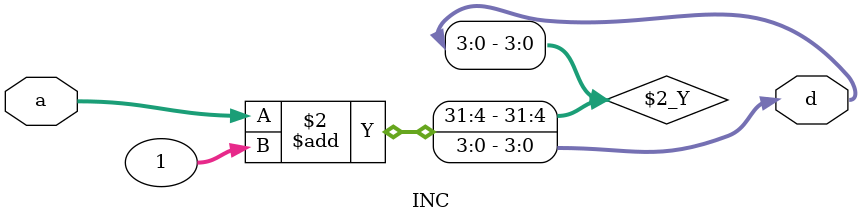
<source format=v>
`timescale 1ns / 1ps

module INC #(parameter DATAWIDTH = 4)(a, d);
    input      [DATAWIDTH-1:0] a;
    output reg [DATAWIDTH-1:0] d;
    
    always @(a) begin
        /*if (a == {DATAWIDTH{1'b1}})
            d <= 0;
        else
            d <= a + 1;*/
        d <= a + 1;
    end
endmodule
</source>
